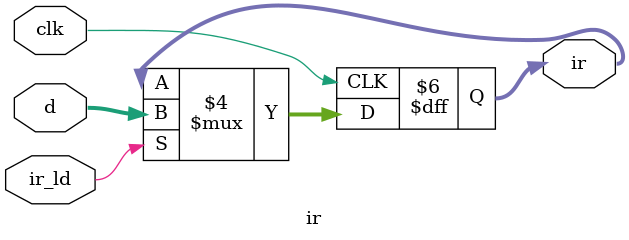
<source format=v>
module ir(clk,ir_ld,d,ir);
input [7:0]d;
input clk,ir_ld;
output [7:0]ir;
reg [7:0]ir;
always@(negedge clk)
	if(ir_ld==1)
	ir<=d;
	else
	ir<=ir;
endmodule
</source>
